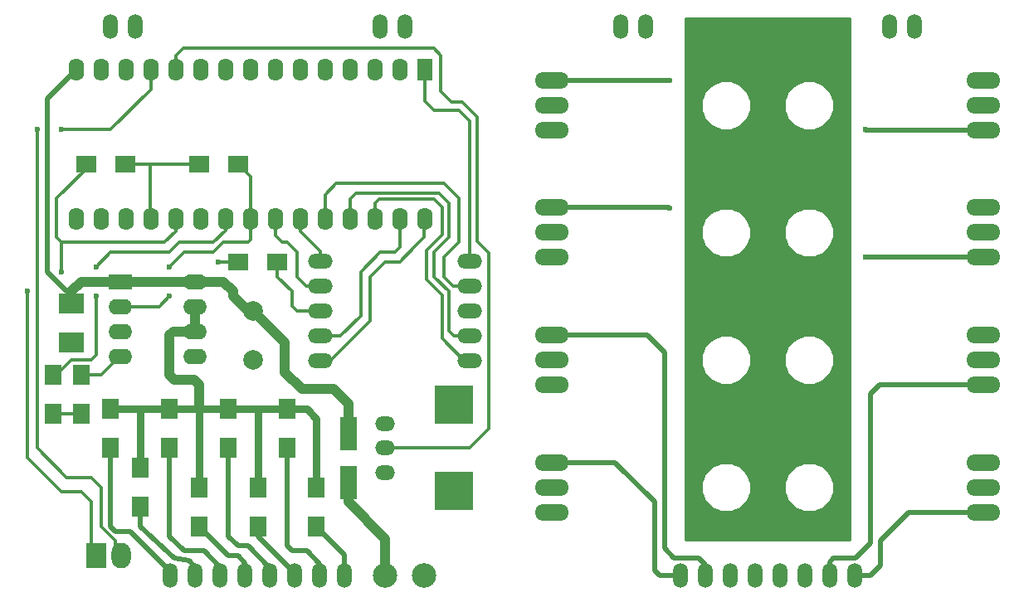
<source format=gbr>
G04 #@! TF.FileFunction,Copper,L1,Top,Signal*
%FSLAX46Y46*%
G04 Gerber Fmt 4.6, Leading zero omitted, Abs format (unit mm)*
G04 Created by KiCad (PCBNEW 4.0.4-stable) date 03/17/17 17:10:39*
%MOMM*%
%LPD*%
G01*
G04 APERTURE LIST*
%ADD10C,0.100000*%
%ADD11C,2.000000*%
%ADD12O,2.524000X1.524000*%
%ADD13R,2.000000X2.600000*%
%ADD14O,2.000000X2.600000*%
%ADD15R,2.400000X1.600000*%
%ADD16O,2.400000X1.600000*%
%ADD17O,1.520000X2.520000*%
%ADD18O,2.000000X1.524000*%
%ADD19R,4.000000X4.000000*%
%ADD20R,2.000000X1.700000*%
%ADD21R,1.700000X2.000000*%
%ADD22R,1.574800X2.286000*%
%ADD23O,1.574800X2.286000*%
%ADD24C,2.499360*%
%ADD25O,3.500120X1.699260*%
%ADD26R,2.500000X2.000000*%
%ADD27R,1.800000X3.500000*%
%ADD28C,0.600000*%
%ADD29C,1.000000*%
%ADD30C,0.500000*%
%ADD31C,0.350000*%
%ADD32C,0.750000*%
%ADD33C,0.254000*%
G04 APERTURE END LIST*
D10*
D11*
X94500000Y-101000000D03*
X94500000Y-106000000D03*
D12*
X116620000Y-106080000D03*
X116620000Y-103540000D03*
X116620000Y-101000000D03*
X116620000Y-98460000D03*
X116620000Y-95920000D03*
X101380000Y-95920000D03*
X101380000Y-98460000D03*
X101380000Y-101000000D03*
X101380000Y-103540000D03*
X101380000Y-106080000D03*
D13*
X78500000Y-126000000D03*
D14*
X81040000Y-126000000D03*
D15*
X81000000Y-98000000D03*
D16*
X88620000Y-105620000D03*
X81000000Y-100540000D03*
X88620000Y-103080000D03*
X81000000Y-103080000D03*
X88620000Y-100540000D03*
X81000000Y-105620000D03*
X88620000Y-98000000D03*
D17*
X80000000Y-72000000D03*
X82540000Y-72000000D03*
X110000000Y-72000000D03*
X107460000Y-72000000D03*
D18*
X108000000Y-112500000D03*
X108000000Y-115000000D03*
X108000000Y-117500000D03*
D19*
X115000000Y-119400000D03*
X115000000Y-110600000D03*
D20*
X89000000Y-86000000D03*
X93000000Y-86000000D03*
D21*
X80000000Y-115000000D03*
X80000000Y-111000000D03*
X83000000Y-121000000D03*
X83000000Y-117000000D03*
X86000000Y-115000000D03*
X86000000Y-111000000D03*
X89000000Y-123000000D03*
X89000000Y-119000000D03*
X92000000Y-115000000D03*
X92000000Y-111000000D03*
X95000000Y-123000000D03*
X95000000Y-119000000D03*
X98000000Y-115000000D03*
X98000000Y-111000000D03*
X101000000Y-123000000D03*
X101000000Y-119000000D03*
D20*
X93000000Y-96000000D03*
X97000000Y-96000000D03*
D21*
X74100000Y-111500000D03*
X74100000Y-107500000D03*
D20*
X81500000Y-86000000D03*
X77500000Y-86000000D03*
D22*
X112050000Y-76380000D03*
D23*
X109510000Y-76380000D03*
X106970000Y-76380000D03*
X104430000Y-76380000D03*
X101890000Y-76380000D03*
X99350000Y-76380000D03*
X96810000Y-76380000D03*
X94270000Y-76380000D03*
X91730000Y-76380000D03*
X89190000Y-76380000D03*
X86650000Y-76380000D03*
X84110000Y-76380000D03*
X81570000Y-76380000D03*
X79030000Y-76380000D03*
X76490000Y-76380000D03*
X76490000Y-91620000D03*
X79030000Y-91620000D03*
X81570000Y-91620000D03*
X84110000Y-91620000D03*
X86650000Y-91620000D03*
X89190000Y-91620000D03*
X91730000Y-91620000D03*
X94270000Y-91620000D03*
X96810000Y-91620000D03*
X99350000Y-91620000D03*
X101890000Y-91620000D03*
X104430000Y-91620000D03*
X106970000Y-91620000D03*
X109510000Y-91620000D03*
X112050000Y-91620000D03*
D24*
X112000000Y-128000000D03*
X108000000Y-128000000D03*
D17*
X132000000Y-72000000D03*
X134540000Y-72000000D03*
X162000000Y-72000000D03*
X159460000Y-72000000D03*
D25*
X169000000Y-119000000D03*
X169000000Y-121540000D03*
X169000000Y-116460000D03*
X169000000Y-106000000D03*
X169000000Y-108540000D03*
X169000000Y-103460000D03*
X169000000Y-93000000D03*
X169000000Y-95540000D03*
X169000000Y-90460000D03*
X169000000Y-80000000D03*
X169000000Y-82540000D03*
X169000000Y-77460000D03*
X125000000Y-80000000D03*
X125000000Y-77460000D03*
X125000000Y-82540000D03*
X125000000Y-93000000D03*
X125000000Y-90460000D03*
X125000000Y-95540000D03*
X125000000Y-106000000D03*
X125000000Y-103460000D03*
X125000000Y-108540000D03*
X125000000Y-119000000D03*
X125000000Y-116460000D03*
X125000000Y-121540000D03*
D17*
X86100000Y-128000000D03*
X88640000Y-128000000D03*
X91180000Y-128000000D03*
X93720000Y-128000000D03*
X96260000Y-128000000D03*
X98800000Y-128000000D03*
X101340000Y-128000000D03*
X103880000Y-128000000D03*
X138100000Y-128000000D03*
X140640000Y-128000000D03*
X143180000Y-128000000D03*
X145720000Y-128000000D03*
X148260000Y-128000000D03*
X150800000Y-128000000D03*
X153340000Y-128000000D03*
X155880000Y-128000000D03*
D21*
X77000000Y-107500000D03*
X77000000Y-111500000D03*
D26*
X76000000Y-100250000D03*
X76000000Y-104250000D03*
D27*
X104250000Y-113500000D03*
X104250000Y-118500000D03*
D28*
X76700000Y-104300000D03*
X75300000Y-104300000D03*
X91000000Y-96000000D03*
X71500000Y-99000000D03*
X75000000Y-97000000D03*
X72500000Y-82500000D03*
X75000000Y-82500000D03*
X86000000Y-96500000D03*
X86000000Y-99500000D03*
X78500000Y-96500000D03*
X78500000Y-99500000D03*
X137000000Y-90500000D03*
X137000000Y-77500000D03*
X157000000Y-82500000D03*
X157000000Y-95500000D03*
D29*
X104250000Y-113500000D02*
X104250000Y-110500000D01*
X97750000Y-104250000D02*
X94500000Y-101000000D01*
X97750000Y-107250000D02*
X97750000Y-104250000D01*
X99500000Y-109000000D02*
X97750000Y-107250000D01*
X102750000Y-109000000D02*
X99500000Y-109000000D01*
X104250000Y-110500000D02*
X102750000Y-109000000D01*
X104500000Y-113250000D02*
X104250000Y-113500000D01*
X76000000Y-99000000D02*
X76000000Y-100250000D01*
X76000000Y-100500000D02*
X76000000Y-99000000D01*
X81000000Y-98000000D02*
X77000000Y-98000000D01*
X77000000Y-98000000D02*
X76000000Y-99000000D01*
X88620000Y-98000000D02*
X81000000Y-98000000D01*
X95000000Y-101000000D02*
X94000000Y-101000000D01*
X94000000Y-101000000D02*
X92500000Y-99500000D01*
X91500000Y-98000000D02*
X88620000Y-98000000D01*
X92500000Y-99000000D02*
X91500000Y-98000000D01*
X92500000Y-99500000D02*
X92500000Y-99000000D01*
D30*
X76000000Y-99000000D02*
X75500000Y-99000000D01*
X75500000Y-99000000D02*
X73500000Y-97000000D01*
X73500000Y-79370000D02*
X76490000Y-76380000D01*
X73500000Y-97000000D02*
X73500000Y-79370000D01*
D29*
X76700000Y-104300000D02*
X76650000Y-104250000D01*
X76650000Y-104250000D02*
X76500000Y-104250000D01*
D31*
X81000000Y-105620000D02*
X80880000Y-105620000D01*
X80880000Y-105620000D02*
X79000000Y-107500000D01*
X79000000Y-107500000D02*
X77000000Y-107500000D01*
X93000000Y-96000000D02*
X91000000Y-96000000D01*
X84000000Y-86000000D02*
X84000000Y-91510000D01*
X84000000Y-91510000D02*
X84110000Y-91620000D01*
X81500000Y-86000000D02*
X84000000Y-86000000D01*
X84000000Y-86000000D02*
X89000000Y-86000000D01*
D29*
X104250000Y-118500000D02*
X104250000Y-120500000D01*
X108000000Y-124250000D02*
X108000000Y-128000000D01*
X104250000Y-120500000D02*
X108000000Y-124250000D01*
D31*
X77000000Y-111500000D02*
X74100000Y-111500000D01*
X76650000Y-111500000D02*
X77000000Y-111150000D01*
X116620000Y-106080000D02*
X116080000Y-106080000D01*
X116080000Y-106080000D02*
X113800000Y-103800000D01*
X113800000Y-103800000D02*
X113800000Y-99400000D01*
X113800000Y-99400000D02*
X112200000Y-97800000D01*
X112200000Y-97800000D02*
X112200000Y-94800000D01*
X112200000Y-94800000D02*
X113800000Y-93200000D01*
X113800000Y-93200000D02*
X113800000Y-90400000D01*
X113800000Y-90400000D02*
X113000000Y-89600000D01*
X113000000Y-89600000D02*
X107400000Y-89600000D01*
X107400000Y-89600000D02*
X106970000Y-90030000D01*
X106970000Y-90030000D02*
X106970000Y-91620000D01*
X116620000Y-103540000D02*
X115040000Y-103540000D01*
X104430000Y-89570000D02*
X104430000Y-91620000D01*
X105000000Y-89000000D02*
X104430000Y-89570000D01*
X113500000Y-89000000D02*
X105000000Y-89000000D01*
X114500000Y-90000000D02*
X113500000Y-89000000D01*
X114500000Y-93500000D02*
X114500000Y-90000000D01*
X113000000Y-95000000D02*
X114500000Y-93500000D01*
X113000000Y-97500000D02*
X113000000Y-95000000D01*
X114500000Y-99000000D02*
X113000000Y-97500000D01*
X114500000Y-103000000D02*
X114500000Y-99000000D01*
X115040000Y-103540000D02*
X114500000Y-103000000D01*
X97000000Y-96000000D02*
X97000000Y-97500000D01*
X99000000Y-101000000D02*
X101380000Y-101000000D01*
X98500000Y-100500000D02*
X99000000Y-101000000D01*
X98500000Y-99000000D02*
X98500000Y-100500000D01*
X97000000Y-97500000D02*
X98500000Y-99000000D01*
X116620000Y-98460000D02*
X114960000Y-98460000D01*
X101890000Y-89110000D02*
X101890000Y-91620000D01*
X103000000Y-88000000D02*
X101890000Y-89110000D01*
X114000000Y-88000000D02*
X103000000Y-88000000D01*
X115500000Y-89500000D02*
X114000000Y-88000000D01*
X115500000Y-94000000D02*
X115500000Y-89500000D01*
X114000000Y-95500000D02*
X115500000Y-94000000D01*
X114000000Y-97500000D02*
X114000000Y-95500000D01*
X114960000Y-98460000D02*
X114000000Y-97500000D01*
X116620000Y-95920000D02*
X116620000Y-81620000D01*
X112050000Y-79550000D02*
X112050000Y-76380000D01*
X113000000Y-80500000D02*
X112050000Y-79550000D01*
X115500000Y-80500000D02*
X113000000Y-80500000D01*
X116620000Y-81620000D02*
X115500000Y-80500000D01*
X101380000Y-95920000D02*
X101380000Y-94880000D01*
X99350000Y-92850000D02*
X99350000Y-91620000D01*
X101380000Y-94880000D02*
X99350000Y-92850000D01*
X101380000Y-98460000D02*
X99960000Y-98460000D01*
X96810000Y-93310000D02*
X96810000Y-91620000D01*
X97500000Y-94000000D02*
X96810000Y-93310000D01*
X98000000Y-94000000D02*
X97500000Y-94000000D01*
X99000000Y-95000000D02*
X98000000Y-94000000D01*
X99000000Y-97500000D02*
X99000000Y-95000000D01*
X99960000Y-98460000D02*
X99000000Y-97500000D01*
X101380000Y-103540000D02*
X103460000Y-103540000D01*
X109510000Y-94490000D02*
X109510000Y-91620000D01*
X109000000Y-95000000D02*
X109510000Y-94490000D01*
X107500000Y-95000000D02*
X109000000Y-95000000D01*
X105500000Y-97000000D02*
X107500000Y-95000000D01*
X105500000Y-101500000D02*
X105500000Y-97000000D01*
X103460000Y-103540000D02*
X105500000Y-101500000D01*
X101380000Y-106080000D02*
X102420000Y-106080000D01*
X102420000Y-106080000D02*
X106500000Y-102000000D01*
X106500000Y-102000000D02*
X106500000Y-97500000D01*
X106500000Y-97500000D02*
X108000000Y-96000000D01*
X108000000Y-96000000D02*
X109500000Y-96000000D01*
X109500000Y-96000000D02*
X111000000Y-94500000D01*
X111000000Y-94500000D02*
X112000000Y-93500000D01*
X112000000Y-93500000D02*
X112000000Y-91670000D01*
X112000000Y-91670000D02*
X112050000Y-91620000D01*
X75000000Y-94000000D02*
X75000000Y-97000000D01*
X78000000Y-120500000D02*
X78000000Y-126000000D01*
X77000000Y-119500000D02*
X78000000Y-120500000D01*
X75000000Y-119500000D02*
X77000000Y-119500000D01*
X71500000Y-116000000D02*
X75000000Y-119500000D01*
X71500000Y-99000000D02*
X71500000Y-116000000D01*
X77500000Y-86000000D02*
X77500000Y-86500000D01*
X77500000Y-86500000D02*
X74500000Y-89500000D01*
X74500000Y-89500000D02*
X74500000Y-93500000D01*
X74500000Y-93500000D02*
X75000000Y-94000000D01*
X75000000Y-94000000D02*
X85500000Y-94000000D01*
X85500000Y-94000000D02*
X86650000Y-92850000D01*
X86650000Y-92850000D02*
X86650000Y-91620000D01*
X84110000Y-76380000D02*
X84110000Y-78390000D01*
X79000000Y-123000000D02*
X80500000Y-124500000D01*
X79000000Y-119000000D02*
X79000000Y-123000000D01*
X78000000Y-118000000D02*
X79000000Y-119000000D01*
X75500000Y-118000000D02*
X78000000Y-118000000D01*
X72500000Y-115000000D02*
X75500000Y-118000000D01*
X72500000Y-83000000D02*
X72500000Y-115000000D01*
X72500000Y-82500000D02*
X72500000Y-83000000D01*
X80000000Y-82500000D02*
X75000000Y-82500000D01*
X84110000Y-78390000D02*
X80000000Y-82500000D01*
X80500000Y-124500000D02*
X80540000Y-126000000D01*
X84110000Y-76380000D02*
X84110000Y-75610000D01*
D30*
X86100000Y-128000000D02*
X86100000Y-127600000D01*
X86100000Y-127600000D02*
X82000000Y-123500000D01*
X82000000Y-123500000D02*
X80500000Y-123500000D01*
X80500000Y-123500000D02*
X80000000Y-123000000D01*
X80000000Y-123000000D02*
X80000000Y-115000000D01*
X83000000Y-121000000D02*
X83000000Y-123000000D01*
X88640000Y-127140000D02*
X88640000Y-128000000D01*
X86500000Y-126250000D02*
X83000000Y-123000000D01*
X88000000Y-126500000D02*
X86500000Y-126250000D01*
X88640000Y-127140000D02*
X88000000Y-126500000D01*
X91180000Y-128000000D02*
X91180000Y-127180000D01*
X91180000Y-127180000D02*
X89500000Y-125500000D01*
X89500000Y-125500000D02*
X87500000Y-125500000D01*
X87500000Y-125500000D02*
X86000000Y-124000000D01*
X86000000Y-124000000D02*
X86000000Y-115000000D01*
X93720000Y-128000000D02*
X93720000Y-126720000D01*
X92000000Y-126000000D02*
X89000000Y-123000000D01*
X93000000Y-126000000D02*
X92000000Y-126000000D01*
X93720000Y-126720000D02*
X93000000Y-126000000D01*
X96260000Y-128000000D02*
X96260000Y-127260000D01*
X96260000Y-127260000D02*
X94000000Y-125000000D01*
X94000000Y-125000000D02*
X93000000Y-125000000D01*
X93000000Y-125000000D02*
X92000000Y-124000000D01*
X92000000Y-124000000D02*
X92000000Y-115000000D01*
X95000000Y-123000000D02*
X95000000Y-124000000D01*
X95000000Y-124000000D02*
X98800000Y-127800000D01*
X98800000Y-127800000D02*
X98800000Y-128000000D01*
X101340000Y-128000000D02*
X101340000Y-126840000D01*
X98000000Y-125000000D02*
X98000000Y-115000000D01*
X98500000Y-125500000D02*
X98000000Y-125000000D01*
X100000000Y-125500000D02*
X98500000Y-125500000D01*
X101340000Y-126840000D02*
X100000000Y-125500000D01*
X103880000Y-128000000D02*
X103880000Y-125880000D01*
X103880000Y-125880000D02*
X101000000Y-123000000D01*
D31*
X81000000Y-100540000D02*
X84960000Y-100540000D01*
X94270000Y-93730000D02*
X94270000Y-91620000D01*
X94000000Y-94000000D02*
X94270000Y-93730000D01*
X91500000Y-94000000D02*
X94000000Y-94000000D01*
X90500000Y-95000000D02*
X91500000Y-94000000D01*
X87500000Y-95000000D02*
X90500000Y-95000000D01*
X86000000Y-96500000D02*
X87500000Y-95000000D01*
X84960000Y-100540000D02*
X86000000Y-99500000D01*
X94270000Y-91620000D02*
X94270000Y-87270000D01*
X94270000Y-87270000D02*
X93000000Y-86000000D01*
D29*
X88620000Y-103080000D02*
X86420000Y-103080000D01*
X89000000Y-108500000D02*
X89000000Y-111000000D01*
X88500000Y-108000000D02*
X89000000Y-108500000D01*
X86500000Y-108000000D02*
X88500000Y-108000000D01*
X86000000Y-107500000D02*
X86500000Y-108000000D01*
X86000000Y-103500000D02*
X86000000Y-107500000D01*
X86420000Y-103080000D02*
X86000000Y-103500000D01*
X88620000Y-100540000D02*
X88620000Y-103080000D01*
X88620000Y-103080000D02*
X88540000Y-103000000D01*
D32*
X83000000Y-111000000D02*
X80000000Y-111000000D01*
X98000000Y-111000000D02*
X100000000Y-111000000D01*
X101000000Y-112000000D02*
X101000000Y-119000000D01*
X100000000Y-111000000D02*
X101000000Y-112000000D01*
X95000000Y-111000000D02*
X95000000Y-119000000D01*
X83000000Y-117000000D02*
X83000000Y-111000000D01*
X89000000Y-111000000D02*
X89000000Y-119000000D01*
X86000000Y-111000000D02*
X83000000Y-111000000D01*
X92000000Y-111000000D02*
X95000000Y-111000000D01*
X95000000Y-111000000D02*
X98000000Y-111000000D01*
X86000000Y-111000000D02*
X89000000Y-111000000D01*
X89000000Y-111000000D02*
X92000000Y-111000000D01*
X85500000Y-110500000D02*
X86000000Y-111000000D01*
D31*
X74500000Y-107500000D02*
X76000000Y-106000000D01*
X91730000Y-92770000D02*
X91730000Y-91620000D01*
X90500000Y-94000000D02*
X91730000Y-92770000D01*
X87000000Y-94000000D02*
X90500000Y-94000000D01*
X86000000Y-95000000D02*
X87000000Y-94000000D01*
X80000000Y-95000000D02*
X86000000Y-95000000D01*
X78500000Y-96500000D02*
X80000000Y-95000000D01*
X78500000Y-105500000D02*
X78500000Y-99500000D01*
X78000000Y-106000000D02*
X78500000Y-105500000D01*
X76000000Y-106000000D02*
X78000000Y-106000000D01*
D30*
X138100000Y-128000000D02*
X137250000Y-128000000D01*
X126000000Y-116460000D02*
X131460000Y-116460000D01*
X136000000Y-128000000D02*
X137250000Y-128000000D01*
X135500000Y-127500000D02*
X136000000Y-128000000D01*
X135500000Y-120500000D02*
X135500000Y-127500000D01*
X131460000Y-116460000D02*
X135500000Y-120500000D01*
X137250000Y-128000000D02*
X138100000Y-128000000D01*
X140640000Y-128000000D02*
X140640000Y-126890000D01*
X140640000Y-126890000D02*
X140000000Y-126250000D01*
X134710000Y-103460000D02*
X125000000Y-103460000D01*
X136500000Y-105250000D02*
X134710000Y-103460000D01*
X136500000Y-125250000D02*
X136500000Y-105250000D01*
X137500000Y-126250000D02*
X136500000Y-125250000D01*
X140000000Y-126250000D02*
X137500000Y-126250000D01*
X140640000Y-128000000D02*
X140640000Y-127140000D01*
X126000000Y-90460000D02*
X136960000Y-90460000D01*
X136960000Y-90460000D02*
X137000000Y-90500000D01*
X125000000Y-77460000D02*
X126710000Y-77460000D01*
X126000000Y-77460000D02*
X136960000Y-77460000D01*
X136960000Y-77460000D02*
X137000000Y-77500000D01*
X168000000Y-82540000D02*
X157040000Y-82540000D01*
X157040000Y-82540000D02*
X157000000Y-82500000D01*
X168000000Y-95540000D02*
X157040000Y-95540000D01*
X157040000Y-95540000D02*
X157000000Y-95500000D01*
X153340000Y-128000000D02*
X153340000Y-126660000D01*
X158460000Y-108540000D02*
X169000000Y-108540000D01*
X157500000Y-109500000D02*
X158460000Y-108540000D01*
X157500000Y-124750000D02*
X157500000Y-109500000D01*
X156000000Y-126250000D02*
X157500000Y-124750000D01*
X153750000Y-126250000D02*
X156000000Y-126250000D01*
X153340000Y-126660000D02*
X153750000Y-126250000D01*
X153340000Y-127000000D02*
X153340000Y-128000000D01*
X157500000Y-128000000D02*
X155880000Y-128000000D01*
X158500000Y-127000000D02*
X157500000Y-128000000D01*
X158500000Y-124500000D02*
X158500000Y-127000000D01*
X168000000Y-121540000D02*
X161460000Y-121540000D01*
X161460000Y-121540000D02*
X158500000Y-124500000D01*
D31*
X108000000Y-115000000D02*
X116600000Y-115000000D01*
X86650000Y-74950000D02*
X86650000Y-76380000D01*
X87400000Y-74200000D02*
X86650000Y-74950000D01*
X113000000Y-74200000D02*
X87400000Y-74200000D01*
X113700000Y-74900000D02*
X113000000Y-74200000D01*
X113700000Y-78600000D02*
X113700000Y-74900000D01*
X114800000Y-79700000D02*
X113700000Y-78600000D01*
X115900000Y-79700000D02*
X114800000Y-79700000D01*
X117400000Y-81200000D02*
X115900000Y-79700000D01*
X117400000Y-93900000D02*
X117400000Y-81200000D01*
X118600000Y-95100000D02*
X117400000Y-93900000D01*
X118600000Y-113000000D02*
X118600000Y-95100000D01*
X116600000Y-115000000D02*
X118600000Y-113000000D01*
X104430000Y-76380000D02*
X104430000Y-75570000D01*
D33*
G36*
X155373000Y-124373000D02*
X138627000Y-124373000D01*
X138627000Y-119502015D01*
X140228641Y-119502015D01*
X140613746Y-120434041D01*
X141326208Y-121147748D01*
X142257561Y-121534479D01*
X143266015Y-121535359D01*
X144198041Y-121150254D01*
X144911748Y-120437792D01*
X145298479Y-119506439D01*
X145298482Y-119502015D01*
X148700641Y-119502015D01*
X149085746Y-120434041D01*
X149798208Y-121147748D01*
X150729561Y-121534479D01*
X151738015Y-121535359D01*
X152670041Y-121150254D01*
X153383748Y-120437792D01*
X153770479Y-119506439D01*
X153771359Y-118497985D01*
X153386254Y-117565959D01*
X152673792Y-116852252D01*
X151742439Y-116465521D01*
X150733985Y-116464641D01*
X149801959Y-116849746D01*
X149088252Y-117562208D01*
X148701521Y-118493561D01*
X148700641Y-119502015D01*
X145298482Y-119502015D01*
X145299359Y-118497985D01*
X144914254Y-117565959D01*
X144201792Y-116852252D01*
X143270439Y-116465521D01*
X142261985Y-116464641D01*
X141329959Y-116849746D01*
X140616252Y-117562208D01*
X140229521Y-118493561D01*
X140228641Y-119502015D01*
X138627000Y-119502015D01*
X138627000Y-106502015D01*
X140228641Y-106502015D01*
X140613746Y-107434041D01*
X141326208Y-108147748D01*
X142257561Y-108534479D01*
X143266015Y-108535359D01*
X144198041Y-108150254D01*
X144911748Y-107437792D01*
X145298479Y-106506439D01*
X145298482Y-106502015D01*
X148700641Y-106502015D01*
X149085746Y-107434041D01*
X149798208Y-108147748D01*
X150729561Y-108534479D01*
X151738015Y-108535359D01*
X152670041Y-108150254D01*
X153383748Y-107437792D01*
X153770479Y-106506439D01*
X153771359Y-105497985D01*
X153386254Y-104565959D01*
X152673792Y-103852252D01*
X151742439Y-103465521D01*
X150733985Y-103464641D01*
X149801959Y-103849746D01*
X149088252Y-104562208D01*
X148701521Y-105493561D01*
X148700641Y-106502015D01*
X145298482Y-106502015D01*
X145299359Y-105497985D01*
X144914254Y-104565959D01*
X144201792Y-103852252D01*
X143270439Y-103465521D01*
X142261985Y-103464641D01*
X141329959Y-103849746D01*
X140616252Y-104562208D01*
X140229521Y-105493561D01*
X140228641Y-106502015D01*
X138627000Y-106502015D01*
X138627000Y-93502015D01*
X140228641Y-93502015D01*
X140613746Y-94434041D01*
X141326208Y-95147748D01*
X142257561Y-95534479D01*
X143266015Y-95535359D01*
X144198041Y-95150254D01*
X144911748Y-94437792D01*
X145298479Y-93506439D01*
X145298482Y-93502015D01*
X148700641Y-93502015D01*
X149085746Y-94434041D01*
X149798208Y-95147748D01*
X150729561Y-95534479D01*
X151738015Y-95535359D01*
X152670041Y-95150254D01*
X153383748Y-94437792D01*
X153770479Y-93506439D01*
X153771359Y-92497985D01*
X153386254Y-91565959D01*
X152673792Y-90852252D01*
X151742439Y-90465521D01*
X150733985Y-90464641D01*
X149801959Y-90849746D01*
X149088252Y-91562208D01*
X148701521Y-92493561D01*
X148700641Y-93502015D01*
X145298482Y-93502015D01*
X145299359Y-92497985D01*
X144914254Y-91565959D01*
X144201792Y-90852252D01*
X143270439Y-90465521D01*
X142261985Y-90464641D01*
X141329959Y-90849746D01*
X140616252Y-91562208D01*
X140229521Y-92493561D01*
X140228641Y-93502015D01*
X138627000Y-93502015D01*
X138627000Y-80502015D01*
X140228641Y-80502015D01*
X140613746Y-81434041D01*
X141326208Y-82147748D01*
X142257561Y-82534479D01*
X143266015Y-82535359D01*
X144198041Y-82150254D01*
X144911748Y-81437792D01*
X145298479Y-80506439D01*
X145298482Y-80502015D01*
X148700641Y-80502015D01*
X149085746Y-81434041D01*
X149798208Y-82147748D01*
X150729561Y-82534479D01*
X151738015Y-82535359D01*
X152670041Y-82150254D01*
X153383748Y-81437792D01*
X153770479Y-80506439D01*
X153771359Y-79497985D01*
X153386254Y-78565959D01*
X152673792Y-77852252D01*
X151742439Y-77465521D01*
X150733985Y-77464641D01*
X149801959Y-77849746D01*
X149088252Y-78562208D01*
X148701521Y-79493561D01*
X148700641Y-80502015D01*
X145298482Y-80502015D01*
X145299359Y-79497985D01*
X144914254Y-78565959D01*
X144201792Y-77852252D01*
X143270439Y-77465521D01*
X142261985Y-77464641D01*
X141329959Y-77849746D01*
X140616252Y-78562208D01*
X140229521Y-79493561D01*
X140228641Y-80502015D01*
X138627000Y-80502015D01*
X138627000Y-71127000D01*
X155373000Y-71127000D01*
X155373000Y-124373000D01*
X155373000Y-124373000D01*
G37*
X155373000Y-124373000D02*
X138627000Y-124373000D01*
X138627000Y-119502015D01*
X140228641Y-119502015D01*
X140613746Y-120434041D01*
X141326208Y-121147748D01*
X142257561Y-121534479D01*
X143266015Y-121535359D01*
X144198041Y-121150254D01*
X144911748Y-120437792D01*
X145298479Y-119506439D01*
X145298482Y-119502015D01*
X148700641Y-119502015D01*
X149085746Y-120434041D01*
X149798208Y-121147748D01*
X150729561Y-121534479D01*
X151738015Y-121535359D01*
X152670041Y-121150254D01*
X153383748Y-120437792D01*
X153770479Y-119506439D01*
X153771359Y-118497985D01*
X153386254Y-117565959D01*
X152673792Y-116852252D01*
X151742439Y-116465521D01*
X150733985Y-116464641D01*
X149801959Y-116849746D01*
X149088252Y-117562208D01*
X148701521Y-118493561D01*
X148700641Y-119502015D01*
X145298482Y-119502015D01*
X145299359Y-118497985D01*
X144914254Y-117565959D01*
X144201792Y-116852252D01*
X143270439Y-116465521D01*
X142261985Y-116464641D01*
X141329959Y-116849746D01*
X140616252Y-117562208D01*
X140229521Y-118493561D01*
X140228641Y-119502015D01*
X138627000Y-119502015D01*
X138627000Y-106502015D01*
X140228641Y-106502015D01*
X140613746Y-107434041D01*
X141326208Y-108147748D01*
X142257561Y-108534479D01*
X143266015Y-108535359D01*
X144198041Y-108150254D01*
X144911748Y-107437792D01*
X145298479Y-106506439D01*
X145298482Y-106502015D01*
X148700641Y-106502015D01*
X149085746Y-107434041D01*
X149798208Y-108147748D01*
X150729561Y-108534479D01*
X151738015Y-108535359D01*
X152670041Y-108150254D01*
X153383748Y-107437792D01*
X153770479Y-106506439D01*
X153771359Y-105497985D01*
X153386254Y-104565959D01*
X152673792Y-103852252D01*
X151742439Y-103465521D01*
X150733985Y-103464641D01*
X149801959Y-103849746D01*
X149088252Y-104562208D01*
X148701521Y-105493561D01*
X148700641Y-106502015D01*
X145298482Y-106502015D01*
X145299359Y-105497985D01*
X144914254Y-104565959D01*
X144201792Y-103852252D01*
X143270439Y-103465521D01*
X142261985Y-103464641D01*
X141329959Y-103849746D01*
X140616252Y-104562208D01*
X140229521Y-105493561D01*
X140228641Y-106502015D01*
X138627000Y-106502015D01*
X138627000Y-93502015D01*
X140228641Y-93502015D01*
X140613746Y-94434041D01*
X141326208Y-95147748D01*
X142257561Y-95534479D01*
X143266015Y-95535359D01*
X144198041Y-95150254D01*
X144911748Y-94437792D01*
X145298479Y-93506439D01*
X145298482Y-93502015D01*
X148700641Y-93502015D01*
X149085746Y-94434041D01*
X149798208Y-95147748D01*
X150729561Y-95534479D01*
X151738015Y-95535359D01*
X152670041Y-95150254D01*
X153383748Y-94437792D01*
X153770479Y-93506439D01*
X153771359Y-92497985D01*
X153386254Y-91565959D01*
X152673792Y-90852252D01*
X151742439Y-90465521D01*
X150733985Y-90464641D01*
X149801959Y-90849746D01*
X149088252Y-91562208D01*
X148701521Y-92493561D01*
X148700641Y-93502015D01*
X145298482Y-93502015D01*
X145299359Y-92497985D01*
X144914254Y-91565959D01*
X144201792Y-90852252D01*
X143270439Y-90465521D01*
X142261985Y-90464641D01*
X141329959Y-90849746D01*
X140616252Y-91562208D01*
X140229521Y-92493561D01*
X140228641Y-93502015D01*
X138627000Y-93502015D01*
X138627000Y-80502015D01*
X140228641Y-80502015D01*
X140613746Y-81434041D01*
X141326208Y-82147748D01*
X142257561Y-82534479D01*
X143266015Y-82535359D01*
X144198041Y-82150254D01*
X144911748Y-81437792D01*
X145298479Y-80506439D01*
X145298482Y-80502015D01*
X148700641Y-80502015D01*
X149085746Y-81434041D01*
X149798208Y-82147748D01*
X150729561Y-82534479D01*
X151738015Y-82535359D01*
X152670041Y-82150254D01*
X153383748Y-81437792D01*
X153770479Y-80506439D01*
X153771359Y-79497985D01*
X153386254Y-78565959D01*
X152673792Y-77852252D01*
X151742439Y-77465521D01*
X150733985Y-77464641D01*
X149801959Y-77849746D01*
X149088252Y-78562208D01*
X148701521Y-79493561D01*
X148700641Y-80502015D01*
X145298482Y-80502015D01*
X145299359Y-79497985D01*
X144914254Y-78565959D01*
X144201792Y-77852252D01*
X143270439Y-77465521D01*
X142261985Y-77464641D01*
X141329959Y-77849746D01*
X140616252Y-78562208D01*
X140229521Y-79493561D01*
X140228641Y-80502015D01*
X138627000Y-80502015D01*
X138627000Y-71127000D01*
X155373000Y-71127000D01*
X155373000Y-124373000D01*
M02*

</source>
